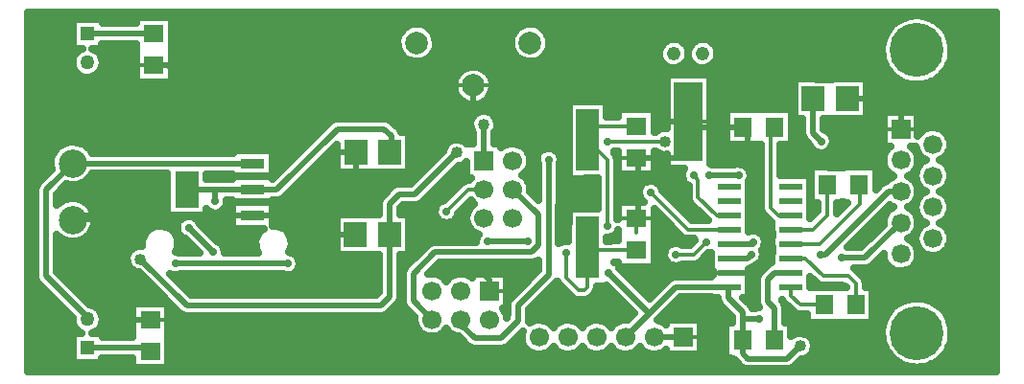
<source format=gbr>
G04 DipTrace 2.4.0.2*
%INÂåðõíèé.gbr*%
%MOIN*%
%ADD13C,0.013*%
%ADD14C,0.0197*%
%ADD15C,0.025*%
%ADD16C,0.0787*%
%ADD17R,0.0709X0.063*%
%ADD18R,0.063X0.0709*%
%ADD19R,0.0787X0.0866*%
%ADD20C,0.05*%
%ADD21R,0.05X0.05*%
%ADD22R,0.0669X0.0669*%
%ADD23C,0.0669*%
%ADD24R,0.0665X0.0665*%
%ADD25C,0.0665*%
%ADD26C,0.1874*%
%ADD27C,0.0984*%
%ADD31R,0.0984X0.2756*%
%ADD33R,0.0787X0.0236*%
%ADD38R,0.0846X0.0374*%
%ADD39R,0.0846X0.128*%
%ADD40R,0.0787X0.2165*%
%ADD41C,0.048*%
%ADD42C,0.0276*%
%ADD44C,0.04*%
%FSLAX44Y44*%
G04*
G70*
G90*
G75*
G01*
%LNTop*%
%LPD*%
X25328Y12664D2*
D13*
X23806D1*
X23318Y12177D1*
X23641D1*
X24328Y9187D2*
Y11490D1*
X23641Y12177D1*
X25328Y8335D2*
X23743D1*
X23641Y8437D1*
X22891Y8250D2*
Y7375D1*
X23328Y6937D1*
X23516D1*
X23641Y7062D1*
Y8437D1*
X25502Y13750D2*
D14*
X26440Y12812D1*
X27141D1*
X12000Y9548D2*
X7453D1*
X5910D1*
D13*
X5756Y9394D1*
X12000Y9548D2*
D14*
X12689D1*
X13391Y10250D1*
X14891Y11750D1*
X15585D1*
X15578Y8875D2*
X14843D1*
X14641D1*
X13391Y10125D1*
D13*
Y10250D1*
X15585Y11750D2*
D14*
Y10984D1*
X19672Y14066D2*
Y13058D1*
X17598Y10984D1*
X15585D1*
X14843Y8187D2*
Y8875D1*
X29038Y12625D2*
X27328D1*
D13*
X27141Y12812D1*
X29038Y12625D2*
D14*
X29213D1*
Y11102D1*
X29376Y10938D1*
X29646Y10669D1*
Y9134D1*
X29764Y9016D1*
Y7953D1*
X29373Y7562D1*
X28577D1*
X25328Y9437D2*
D13*
X25391D1*
D14*
Y10125D1*
Y11562D1*
D13*
X25328D1*
D14*
X26766D1*
D13*
Y12437D1*
X27141Y12812D1*
X25328Y8937D2*
Y9437D1*
X28577Y7562D2*
X27953D1*
X8453Y5914D2*
D14*
X7905D1*
X7453Y6366D1*
Y9548D1*
X8578Y14772D2*
X9056D1*
X10578Y13250D1*
X12578D1*
X13203Y12625D1*
X25391Y10125D2*
X25141D1*
X29658Y11220D2*
X29376Y10938D1*
X26956Y5312D2*
X25956D1*
X20236Y6929D2*
Y7323D1*
X20000Y7559D1*
X18661D1*
X32657Y13602D2*
X34016D1*
X34528Y13091D1*
Y12573D1*
D13*
X34516Y12562D1*
X29027Y5198D2*
D14*
Y5945D1*
Y6176D1*
X28516Y6687D1*
Y7000D1*
D13*
X28577Y7062D1*
X29027Y5198D2*
D14*
Y4738D1*
X29203Y4562D1*
X30578D1*
X31016Y5000D1*
X12000Y11359D2*
X5756Y11362D1*
X28577Y7062D2*
X26706D1*
X25831Y6187D1*
X24956Y5312D1*
X24370Y7559D2*
X25742Y6187D1*
D13*
X25831D1*
X24330Y12126D2*
X26328D1*
X29606Y5945D2*
D14*
X29027D1*
X6266Y5937D2*
D13*
Y6000D1*
D14*
X4828Y7437D1*
Y10435D1*
X5756Y11362D1*
X16759Y8875D2*
D13*
Y9555D1*
Y8875D2*
D14*
Y9948D1*
X17087Y10276D1*
X17638D1*
X19094Y11732D1*
X16759Y8875D2*
Y6720D1*
X16457Y6417D1*
X9723D1*
X8110Y8030D1*
X31476Y13602D2*
Y12402D1*
X31752Y12126D1*
X30703Y8562D2*
D13*
X31706D1*
X33081Y9938D1*
Y10602D1*
X33070Y10614D1*
X30703Y9062D2*
X31456D1*
X31956Y9563D1*
Y10602D1*
X31968Y10614D1*
X30703Y7062D2*
Y6749D1*
X31016Y6437D1*
X31854D1*
X30703Y8062D2*
X31190D1*
X31815Y7437D1*
X32703D1*
X32956Y7184D1*
Y6437D1*
X6266Y4937D2*
D14*
X8328D1*
D13*
X8453Y4812D1*
X9717Y10454D2*
D14*
X10703D1*
X12000D1*
X12845D1*
X14953Y12562D1*
X16578D1*
X16828Y12312D1*
Y11812D1*
D13*
X16766Y11750D1*
X10623Y8275D2*
D14*
X9783Y9114D1*
X10703Y10034D2*
Y10454D1*
X6266Y15875D2*
X8578D1*
X30129Y5198D2*
Y6323D1*
X29891Y6562D1*
Y7312D1*
X30141Y7562D1*
X30703D1*
X30141Y12625D2*
D13*
X30000D1*
Y9828D1*
X30266Y9562D1*
X30703D1*
X28577Y8062D2*
D14*
X29203D1*
X29330Y8189D1*
X31732D2*
X31893D1*
X34084Y10381D1*
X34516D1*
Y9290D2*
D13*
X34497D1*
D14*
X33277Y8071D1*
X32480D1*
X29391Y8622D2*
Y8562D1*
X28577D1*
X18236Y5929D2*
X17598Y6567D1*
Y7520D1*
X18346Y8268D1*
X21693D1*
X21929Y8504D1*
Y9567D1*
X21039Y10457D1*
X20039D2*
D13*
X19512D1*
X18740Y9685D1*
X13228Y7874D2*
D14*
X9324D1*
X26703Y8187D2*
D13*
X27319D1*
X27756Y8625D1*
X25827Y10354D2*
X27119Y9062D1*
X28577D1*
Y9562D2*
X28115D1*
X27480Y10197D1*
Y10787D1*
X27331Y10937D1*
X19236Y5929D2*
Y5764D1*
D14*
X19724Y5276D1*
X20630D1*
X21220Y5866D1*
Y6417D1*
X22283Y7480D1*
Y11488D1*
X20039Y11457D2*
Y12717D1*
X27866Y10937D2*
X28891D1*
X20178Y8661D2*
X21575D1*
D42*
X24328Y9187D3*
X22891Y8250D3*
D44*
X25502Y13750D3*
D42*
X15585Y10984D3*
X14843Y8187D3*
D44*
X27953Y7562D3*
D42*
X13203Y12625D3*
X25141Y10125D3*
D3*
X29658Y11220D3*
X18661Y7559D3*
D44*
X31016Y5000D3*
D42*
X24370Y7559D3*
X24330Y12126D3*
D44*
X26328D3*
D42*
X29606Y5945D3*
D44*
X19094Y11732D3*
X8110Y8030D3*
D3*
D42*
X31752Y12126D3*
X10623Y8275D3*
X9783Y9114D3*
X10703Y10034D3*
X29330Y8189D3*
X31732D3*
X32480Y8071D3*
X29391Y8622D3*
X18740Y9685D3*
X13228Y7874D3*
X9324D3*
X26703Y8187D3*
X27756Y8625D3*
X25827Y10354D3*
X27331Y10937D3*
X22283Y11488D3*
D44*
X20039Y12717D3*
D42*
X27866Y10937D3*
X28891D3*
X20178Y8661D3*
X21575D3*
X4228Y16376D2*
D15*
X5727D1*
X6804D2*
X7934D1*
X9222D2*
X34516D1*
X35636D2*
X37801D1*
X4228Y16127D2*
X5727D1*
X9222D2*
X17340D1*
X18066D2*
X21278D1*
X22004D2*
X34180D1*
X35972D2*
X37801D1*
X4228Y15878D2*
X5727D1*
X9222D2*
X17102D1*
X18304D2*
X21040D1*
X22242D2*
X33997D1*
X36152D2*
X37801D1*
X4228Y15630D2*
X5727D1*
X9222D2*
X17024D1*
X18383D2*
X20961D1*
X22320D2*
X26372D1*
X26910D2*
X27372D1*
X27910D2*
X33895D1*
X36258D2*
X37801D1*
X4228Y15381D2*
X5727D1*
X6804D2*
X7934D1*
X9222D2*
X17043D1*
X18363D2*
X20981D1*
X22297D2*
X26149D1*
X28133D2*
X33852D1*
X36301D2*
X37801D1*
X4228Y15132D2*
X5793D1*
X6738D2*
X7934D1*
X9222D2*
X17180D1*
X18226D2*
X21118D1*
X22164D2*
X26114D1*
X28168D2*
X33860D1*
X36289D2*
X37801D1*
X4228Y14884D2*
X5727D1*
X6804D2*
X7934D1*
X9222D2*
X26211D1*
X27070D2*
X27211D1*
X28070D2*
X33922D1*
X36226D2*
X37801D1*
X4228Y14635D2*
X5786D1*
X6746D2*
X7934D1*
X9222D2*
X19317D1*
X20027D2*
X34047D1*
X36101D2*
X37801D1*
X4228Y14386D2*
X6079D1*
X6453D2*
X7934D1*
X9222D2*
X19071D1*
X20273D2*
X26360D1*
X27922D2*
X34270D1*
X35883D2*
X37801D1*
X4228Y14138D2*
X18993D1*
X20351D2*
X26360D1*
X27922D2*
X30793D1*
X33340D2*
X34747D1*
X35406D2*
X37801D1*
X4228Y13889D2*
X19012D1*
X20332D2*
X26360D1*
X27922D2*
X30793D1*
X33340D2*
X37801D1*
X4228Y13640D2*
X19145D1*
X20199D2*
X26360D1*
X27922D2*
X30793D1*
X33340D2*
X37801D1*
X4228Y13392D2*
X22958D1*
X24324D2*
X26360D1*
X27922D2*
X30793D1*
X33340D2*
X37801D1*
X4228Y13143D2*
X19829D1*
X20250D2*
X22958D1*
X24324D2*
X24684D1*
X25972D2*
X26360D1*
X27922D2*
X28434D1*
X33340D2*
X33895D1*
X35140D2*
X37801D1*
X4228Y12894D2*
X14782D1*
X16750D2*
X19586D1*
X20492D2*
X22958D1*
X25972D2*
X26360D1*
X27922D2*
X28434D1*
X30746D2*
X31086D1*
X31863D2*
X33895D1*
X35140D2*
X37801D1*
X4228Y12645D2*
X14497D1*
X17035D2*
X19555D1*
X20523D2*
X22958D1*
X25972D2*
X26360D1*
X27922D2*
X28434D1*
X30746D2*
X31086D1*
X31863D2*
X33895D1*
X35140D2*
X37801D1*
X4228Y12397D2*
X14251D1*
X17449D2*
X19653D1*
X20429D2*
X22958D1*
X27922D2*
X28434D1*
X30746D2*
X31086D1*
X32074D2*
X33895D1*
X36121D2*
X37801D1*
X4228Y12148D2*
X14001D1*
X17449D2*
X18864D1*
X19328D2*
X19653D1*
X20429D2*
X22958D1*
X27922D2*
X28434D1*
X30746D2*
X31192D1*
X32179D2*
X33895D1*
X36242D2*
X37801D1*
X4228Y11899D2*
X5196D1*
X6312D2*
X13751D1*
X17449D2*
X18637D1*
X21468D2*
X22958D1*
X27922D2*
X29645D1*
X30355D2*
X31395D1*
X32109D2*
X34075D1*
X36246D2*
X37801D1*
X4228Y11651D2*
X5032D1*
X12715D2*
X13504D1*
X14582D2*
X14903D1*
X17449D2*
X18473D1*
X21633D2*
X21891D1*
X22676D2*
X22958D1*
X25972D2*
X26360D1*
X27922D2*
X29645D1*
X30355D2*
X33922D1*
X36133D2*
X37801D1*
X4228Y11402D2*
X4973D1*
X12715D2*
X13254D1*
X14332D2*
X14903D1*
X17449D2*
X18227D1*
X21660D2*
X21864D1*
X22703D2*
X22958D1*
X25972D2*
X26360D1*
X27922D2*
X29645D1*
X30355D2*
X33899D1*
X35136D2*
X35246D1*
X36019D2*
X37801D1*
X4228Y11153D2*
X5004D1*
X12715D2*
X13004D1*
X14082D2*
X14903D1*
X17449D2*
X17977D1*
X19054D2*
X19415D1*
X21582D2*
X21895D1*
X22672D2*
X22958D1*
X25972D2*
X26965D1*
X29254D2*
X29645D1*
X30355D2*
X31364D1*
X33676D2*
X33985D1*
X36211D2*
X37801D1*
X4228Y10905D2*
X4758D1*
X6383D2*
X9004D1*
X10429D2*
X11286D1*
X13836D2*
X17727D1*
X18804D2*
X19415D1*
X21465D2*
X21895D1*
X22672D2*
X22958D1*
X24683D2*
X26903D1*
X29316D2*
X29645D1*
X33676D2*
X34204D1*
X34828D2*
X35012D1*
X36258D2*
X37801D1*
X4228Y10656D2*
X4516D1*
X6054D2*
X9004D1*
X13586D2*
X17481D1*
X18558D2*
X19219D1*
X21629D2*
X21895D1*
X22672D2*
X23973D1*
X24683D2*
X25536D1*
X26117D2*
X27016D1*
X29261D2*
X29645D1*
X33676D2*
X33821D1*
X36191D2*
X37801D1*
X4228Y10407D2*
X4442D1*
X5340D2*
X9004D1*
X13336D2*
X16680D1*
X18308D2*
X18969D1*
X21660D2*
X21895D1*
X22672D2*
X23973D1*
X24683D2*
X25403D1*
X26265D2*
X27126D1*
X29261D2*
X29645D1*
X35136D2*
X35313D1*
X35957D2*
X37801D1*
X4228Y10159D2*
X4442D1*
X5215D2*
X9004D1*
X13082D2*
X16438D1*
X18058D2*
X18723D1*
X22672D2*
X23973D1*
X24683D2*
X25450D1*
X26515D2*
X27129D1*
X29261D2*
X29645D1*
X36160D2*
X37801D1*
X4228Y9910D2*
X4442D1*
X6336D2*
X9004D1*
X11113D2*
X11284D1*
X12715D2*
X16372D1*
X17261D2*
X18379D1*
X19457D2*
X19622D1*
X22672D2*
X23973D1*
X26761D2*
X27274D1*
X29261D2*
X29645D1*
X31386D2*
X31602D1*
X32312D2*
X32563D1*
X34910D2*
X35014D1*
X36254D2*
X37801D1*
X4228Y9661D2*
X4442D1*
X6488D2*
X9004D1*
X10429D2*
X10523D1*
X10879D2*
X11286D1*
X12715D2*
X16372D1*
X17148D2*
X18313D1*
X19207D2*
X19450D1*
X22672D2*
X22958D1*
X27011D2*
X27524D1*
X29261D2*
X29692D1*
X31386D2*
X31563D1*
X33902D2*
X34025D1*
X36230D2*
X37801D1*
X4228Y9413D2*
X4442D1*
X6539D2*
X9489D1*
X10078D2*
X11286D1*
X12715D2*
X14895D1*
X17441D2*
X18418D1*
X19062D2*
X19418D1*
X22672D2*
X22958D1*
X25972D2*
X26278D1*
X27261D2*
X27774D1*
X29261D2*
X29922D1*
X33656D2*
X33907D1*
X36082D2*
X37801D1*
X4228Y9164D2*
X4442D1*
X6504D2*
X8571D1*
X9015D2*
X9360D1*
X10273D2*
X11286D1*
X12953D2*
X14895D1*
X17441D2*
X19493D1*
X22672D2*
X22958D1*
X25972D2*
X26524D1*
X29261D2*
X30020D1*
X33406D2*
X33833D1*
X36086D2*
X37801D1*
X4228Y8915D2*
X4442D1*
X6367D2*
X8251D1*
X10519D2*
X12188D1*
X13273D2*
X14895D1*
X17441D2*
X19758D1*
X22672D2*
X22958D1*
X25972D2*
X26774D1*
X29691D2*
X30020D1*
X33156D2*
X33583D1*
X36230D2*
X37801D1*
X4228Y8666D2*
X4442D1*
X5215D2*
X5520D1*
X5992D2*
X8157D1*
X9429D2*
X9692D1*
X10769D2*
X12094D1*
X13367D2*
X14895D1*
X17441D2*
X19751D1*
X22672D2*
X22958D1*
X24324D2*
X24684D1*
X25972D2*
X27305D1*
X29816D2*
X30020D1*
X32910D2*
X33333D1*
X34914D2*
X35015D1*
X36250D2*
X37801D1*
X4228Y8418D2*
X4442D1*
X5215D2*
X7829D1*
X9414D2*
X9942D1*
X11023D2*
X12106D1*
X13351D2*
X14895D1*
X17441D2*
X17958D1*
X25972D2*
X26348D1*
X29761D2*
X30020D1*
X36160D2*
X37801D1*
X4228Y8169D2*
X4442D1*
X5215D2*
X7641D1*
X13527D2*
X16372D1*
X17148D2*
X17708D1*
X25972D2*
X26278D1*
X27793D2*
X27896D1*
X29758D2*
X30020D1*
X35136D2*
X35450D1*
X35820D2*
X37801D1*
X4228Y7920D2*
X4442D1*
X5215D2*
X7633D1*
X13652D2*
X16372D1*
X17148D2*
X17461D1*
X24574D2*
X24684D1*
X25972D2*
X26376D1*
X27539D2*
X27895D1*
X29656D2*
X30020D1*
X33664D2*
X33961D1*
X35070D2*
X37801D1*
X4228Y7672D2*
X4442D1*
X5215D2*
X7790D1*
X13601D2*
X16372D1*
X17148D2*
X17242D1*
X18289D2*
X21895D1*
X24797D2*
X27895D1*
X29261D2*
X29711D1*
X32961D2*
X34211D1*
X34820D2*
X37801D1*
X4228Y7423D2*
X4442D1*
X5383D2*
X8180D1*
X9258D2*
X16372D1*
X18601D2*
X18872D1*
X20859D2*
X21688D1*
X25047D2*
X26641D1*
X29261D2*
X29520D1*
X33207D2*
X37801D1*
X4228Y7174D2*
X4551D1*
X5629D2*
X8426D1*
X9504D2*
X16372D1*
X20859D2*
X21438D1*
X22515D2*
X22602D1*
X25293D2*
X26278D1*
X29261D2*
X29504D1*
X31386D2*
X31590D1*
X33312D2*
X37801D1*
X4228Y6926D2*
X4801D1*
X5879D2*
X8676D1*
X9754D2*
X16372D1*
X20859D2*
X21192D1*
X22269D2*
X22848D1*
X23965D2*
X24465D1*
X25543D2*
X26032D1*
X29261D2*
X29504D1*
X33562D2*
X37801D1*
X4228Y6677D2*
X5051D1*
X6129D2*
X8926D1*
X20859D2*
X20943D1*
X22019D2*
X23102D1*
X23742D2*
X24715D1*
X26859D2*
X28129D1*
X29066D2*
X29504D1*
X33562D2*
X37801D1*
X4228Y6428D2*
X5297D1*
X6445D2*
X7809D1*
X17008D2*
X17239D1*
X21769D2*
X24961D1*
X26609D2*
X28235D1*
X29312D2*
X29528D1*
X33562D2*
X34336D1*
X35812D2*
X37801D1*
X4228Y6180D2*
X5547D1*
X6746D2*
X7809D1*
X9097D2*
X9422D1*
X16758D2*
X17446D1*
X21609D2*
X25211D1*
X26363D2*
X28485D1*
X30519D2*
X30786D1*
X33562D2*
X34086D1*
X36062D2*
X37801D1*
X4228Y5931D2*
X5727D1*
X6804D2*
X7809D1*
X9097D2*
X17610D1*
X21609D2*
X25036D1*
X26113D2*
X28637D1*
X30519D2*
X31251D1*
X33562D2*
X33946D1*
X36207D2*
X37801D1*
X4228Y5682D2*
X5793D1*
X6738D2*
X7809D1*
X9097D2*
X17665D1*
X27582D2*
X28422D1*
X30734D2*
X33868D1*
X36281D2*
X37801D1*
X4228Y5434D2*
X5727D1*
X6804D2*
X7809D1*
X9097D2*
X17876D1*
X18597D2*
X18876D1*
X27582D2*
X28422D1*
X30734D2*
X30825D1*
X31207D2*
X33848D1*
X36301D2*
X37801D1*
X4228Y5185D2*
X5727D1*
X9097D2*
X19278D1*
X21078D2*
X21344D1*
X27582D2*
X28422D1*
X31468D2*
X33879D1*
X36269D2*
X37801D1*
X4228Y4936D2*
X5727D1*
X9097D2*
X19571D1*
X20785D2*
X21465D1*
X27582D2*
X28422D1*
X31500D2*
X33969D1*
X36179D2*
X37801D1*
X4228Y4687D2*
X5727D1*
X9097D2*
X28422D1*
X31386D2*
X34129D1*
X36019D2*
X37801D1*
X4228Y4439D2*
X5727D1*
X6804D2*
X7809D1*
X9097D2*
X28790D1*
X30992D2*
X34418D1*
X35730D2*
X37801D1*
X4228Y4190D2*
X37801D1*
X18350Y15438D2*
X18315Y15318D1*
X18258Y15207D1*
X18181Y15109D1*
X18087Y15027D1*
X17979Y14964D1*
X17861Y14923D1*
X17738Y14904D1*
X17613Y14910D1*
X17492Y14938D1*
X17378Y14989D1*
X17276Y15061D1*
X17189Y15151D1*
X17120Y15255D1*
X17073Y15371D1*
X17048Y15493D1*
X17047Y15618D1*
X17069Y15741D1*
X17114Y15857D1*
X17181Y15963D1*
X17266Y16054D1*
X17366Y16128D1*
X17479Y16181D1*
X17600Y16212D1*
X17725Y16220D1*
X17848Y16204D1*
X17967Y16166D1*
X18076Y16105D1*
X18172Y16025D1*
X18251Y15928D1*
X18310Y15818D1*
X18347Y15699D1*
X18362Y15562D1*
X18350Y15438D1*
X22287D2*
X22252Y15318D1*
X22195Y15207D1*
X22118Y15109D1*
X22024Y15027D1*
X21916Y14964D1*
X21798Y14923D1*
X21675Y14904D1*
X21550Y14910D1*
X21429Y14938D1*
X21315Y14989D1*
X21213Y15061D1*
X21126Y15151D1*
X21057Y15255D1*
X21010Y15371D1*
X20985Y15493D1*
X20984Y15618D1*
X21006Y15741D1*
X21051Y15857D1*
X21118Y15963D1*
X21203Y16054D1*
X21303Y16128D1*
X21416Y16181D1*
X21537Y16212D1*
X21662Y16220D1*
X21785Y16204D1*
X21904Y16166D1*
X22013Y16105D1*
X22109Y16025D1*
X22188Y15928D1*
X22247Y15818D1*
X22284Y15699D1*
X22299Y15562D1*
X22287Y15438D1*
X20330Y14041D2*
X20313Y13917D1*
X20274Y13799D1*
X20213Y13690D1*
X20132Y13595D1*
X20035Y13516D1*
X19925Y13458D1*
X19805Y13421D1*
X19681Y13407D1*
X19557Y13417D1*
X19437Y13451D1*
X19325Y13506D1*
X19225Y13582D1*
X19142Y13675D1*
X19078Y13782D1*
X19035Y13899D1*
X19015Y14022D1*
X19018Y14147D1*
X19045Y14268D1*
X19095Y14383D1*
X19165Y14486D1*
X19253Y14574D1*
X19357Y14644D1*
X19471Y14693D1*
X19593Y14720D1*
X19718Y14723D1*
X19841Y14702D1*
X19958Y14659D1*
X20065Y14594D1*
X20158Y14511D1*
X20233Y14411D1*
X20288Y14299D1*
X20321Y14179D1*
X20330Y14041D1*
X25948Y11796D2*
Y10982D1*
X24709D1*
X24703Y11796D1*
X24559D1*
X24562Y11723D1*
X24631Y11620D1*
X24658Y11490D1*
Y9415D1*
X24709Y9407D1*
Y10017D1*
X25599Y10022D1*
X25508Y10108D1*
X25448Y10217D1*
X25424Y10339D1*
X25439Y10463D1*
X25491Y10576D1*
X25574Y10668D1*
X25682Y10730D1*
X25804Y10756D1*
X25928Y10744D1*
X26042Y10695D1*
X26136Y10613D1*
X26200Y10506D1*
X26219Y10426D1*
X27256Y9392D1*
X27818D1*
X27247Y9964D1*
X27177Y10066D1*
X27150Y10197D1*
Y10576D1*
X27103Y10605D1*
X27012Y10691D1*
X26952Y10800D1*
X26928Y10922D1*
X26943Y11045D1*
X27002Y11167D1*
X26384Y11169D1*
Y11665D1*
X26309Y11661D1*
X26186Y11683D1*
X26073Y11737D1*
X26006Y11796D1*
X25949D1*
X25948Y9742D2*
Y7755D1*
X24720D1*
X24746Y7699D1*
X25784Y6659D1*
X26449Y7319D1*
X26550Y7391D1*
X26689Y7425D1*
X27919Y7429D1*
Y8253D1*
X27829Y8233D1*
X27552Y7954D1*
X27449Y7884D1*
X27319Y7857D1*
X26932D1*
X26833Y7806D1*
X26711Y7784D1*
X26587Y7801D1*
X26475Y7855D1*
X26385Y7941D1*
X26325Y8050D1*
X26301Y8172D1*
X26315Y8295D1*
X26367Y8409D1*
X26451Y8501D1*
X26559Y8563D1*
X26680Y8589D1*
X26804Y8577D1*
X26933Y8514D1*
X27184Y8517D1*
X27359Y8694D1*
X27327Y8732D1*
X27119D1*
X26997Y8756D1*
X26886Y8829D1*
X25948Y9767D1*
Y9742D1*
X24709Y8857D2*
Y9056D1*
X24656Y8953D1*
X24569Y8864D1*
X24458Y8806D1*
X24336Y8784D1*
X24299Y8785D1*
Y8664D1*
X24708Y8665D1*
X24713Y8915D1*
X30943Y14300D2*
X32135Y14296D1*
X32124Y14300D1*
X33316D1*
Y12904D1*
X31842D1*
X31840Y12552D1*
X31967Y12466D1*
X32061Y12384D1*
X32125Y12278D1*
X32155Y12126D1*
X32135Y12003D1*
X32080Y11892D1*
X31992Y11803D1*
X31882Y11745D1*
X31760Y11723D1*
X31636Y11740D1*
X31524Y11794D1*
X31433Y11880D1*
X31373Y11992D1*
X31219Y12145D1*
X31148Y12246D1*
X31113Y12385D1*
Y12905D1*
X30818Y12904D1*
Y14300D1*
X30943D1*
X17166Y12447D2*
X17424D1*
Y11052D1*
X16107Y11055D1*
X16118Y11052D1*
X14926D1*
Y12021D1*
X13102Y10197D1*
X13000Y10125D1*
X12861Y10091D1*
X12685Y10090D1*
X12689Y10002D1*
X11312D1*
Y10092D1*
X11098Y10090D1*
X11106Y10034D1*
X11087Y9911D1*
X11031Y9800D1*
X10944Y9711D1*
X10833Y9653D1*
X10711Y9631D1*
X10587Y9648D1*
X10475Y9702D1*
X10405Y9769D1*
Y9549D1*
X9029D1*
Y10998D1*
X6418Y10999D1*
X6354Y10898D1*
X6269Y10806D1*
X6171Y10729D1*
X6061Y10669D1*
X5943Y10629D1*
X5820Y10608D1*
X5695D1*
X5546Y10637D1*
X5192Y10285D1*
Y9899D1*
X5297Y9996D1*
X5425Y10075D1*
X5565Y10126D1*
X5713Y10150D1*
X5863Y10143D1*
X6008Y10107D1*
X6144Y10044D1*
X6264Y9955D1*
X6365Y9844D1*
X6441Y9715D1*
X6491Y9574D1*
X6512Y9425D1*
X6506Y9294D1*
X6472Y9148D1*
X6410Y9012D1*
X6322Y8891D1*
X6212Y8789D1*
X6084Y8711D1*
X5943Y8660D1*
X5795Y8638D1*
X5645Y8645D1*
X5500Y8681D1*
X5365Y8745D1*
X5245Y8835D1*
X5192Y8889D1*
Y7587D1*
X6339Y6447D1*
X6459Y6414D1*
X6568Y6354D1*
X6660Y6269D1*
X6728Y6164D1*
X6769Y6047D1*
X6781Y5937D1*
X6766Y5813D1*
X6721Y5697D1*
X6650Y5594D1*
X6556Y5512D1*
X6434Y5452D1*
X6781D1*
Y5300D1*
X7832D1*
X7834Y6494D1*
X9073D1*
Y4232D1*
X7834D1*
X7828Y4574D1*
X6777D1*
X6781Y4422D1*
X5751D1*
Y5452D1*
X6079Y5457D1*
X5969Y5516D1*
X5877Y5600D1*
X5807Y5703D1*
X5764Y5820D1*
X5751Y5944D1*
X5758Y5995D1*
X4571Y7180D1*
X4500Y7282D1*
X4465Y7421D1*
Y10435D1*
X4486Y10557D1*
X4560Y10680D1*
X5027Y11147D1*
X4999Y11359D1*
X5009Y11483D1*
X5039Y11605D1*
X5088Y11719D1*
X5156Y11824D1*
X5240Y11916D1*
X5338Y11994D1*
X5448Y12054D1*
X5565Y12095D1*
X5688Y12116D1*
X5813Y12117D1*
X5937Y12097D1*
X6055Y12058D1*
X6165Y11999D1*
X6264Y11923D1*
X6350Y11832D1*
X6420Y11724D1*
X11315Y11723D1*
X11312Y11811D1*
X12689D1*
Y10907D1*
X11312D1*
Y10997D1*
X10403D1*
X10405Y10815D1*
X11309Y10817D1*
X11312Y10906D1*
X12689D1*
Y10816D1*
X13472Y11595D1*
X14696Y12819D1*
X14798Y12891D1*
X14937Y12925D1*
X16578D1*
X16701Y12904D1*
X16823Y12830D1*
X17085Y12569D1*
X17165Y12446D1*
X32501Y7056D2*
X32615D1*
X32453Y7107D1*
X31815D1*
X31693Y7131D1*
X31582Y7204D1*
X31363Y7422D1*
X31358Y7179D1*
X31362Y7058D1*
X32434Y7056D1*
X32501D1*
X32547Y9998D2*
X32286Y9995D1*
Y9606D1*
X32674Y9997D1*
X32490Y9998D1*
X6766Y14751D2*
X6721Y14634D1*
X6650Y14532D1*
X6556Y14449D1*
X6446Y14392D1*
X6324Y14363D1*
X6200Y14364D1*
X6079Y14395D1*
X5969Y14454D1*
X5877Y14537D1*
X5807Y14641D1*
X5764Y14758D1*
X5751Y14882D1*
X5768Y15005D1*
X5814Y15121D1*
X5886Y15223D1*
X5981Y15304D1*
X6096Y15360D1*
X5751D1*
Y16389D1*
X6781D1*
Y16237D1*
X7957Y16238D1*
X7959Y16454D1*
X9197D1*
X9194Y15295D1*
X9197Y15277D1*
Y14192D1*
X7959D1*
Y15509D1*
X6777Y15511D1*
X6781Y15360D1*
X6441D1*
X6568Y15291D1*
X6660Y15206D1*
X6728Y15102D1*
X6769Y14984D1*
X6781Y14875D1*
X6766Y14751D1*
X24455Y5639D2*
X24546Y5750D1*
X24646Y5826D1*
X24759Y5879D1*
X24880Y5907D1*
X25032Y5905D1*
X25270Y6141D1*
X24425Y6991D1*
X24300Y7115D1*
X24299Y7089D1*
X23967D1*
X23971Y7062D1*
X23947Y6940D1*
X23874Y6829D1*
X23749Y6704D1*
X23653Y6637D1*
X23552Y6609D1*
X23328Y6607D1*
X23206Y6631D1*
X23095Y6704D1*
X22657Y7141D1*
X22587Y7248D1*
X22561Y7247D1*
X21582Y6265D1*
Y5843D1*
X21646Y5826D1*
X21759Y5879D1*
X21880Y5907D1*
X22005Y5910D1*
X22128Y5886D1*
X22243Y5838D1*
X22346Y5768D1*
X22431Y5677D1*
X22454Y5640D1*
X22546Y5750D1*
X22646Y5826D1*
X22759Y5879D1*
X22880Y5907D1*
X23005Y5910D1*
X23128Y5886D1*
X23243Y5838D1*
X23346Y5768D1*
X23431Y5677D1*
X23454Y5640D1*
X23546Y5750D1*
X23646Y5826D1*
X23759Y5879D1*
X23880Y5907D1*
X24005Y5910D1*
X24128Y5886D1*
X24243Y5838D1*
X24346Y5768D1*
X24431Y5677D1*
X24454Y5640D1*
X34272Y10929D2*
X34219Y10953D1*
X34118Y11026D1*
X34034Y11118D1*
X33971Y11226D1*
X33932Y11345D1*
X33919Y11469D1*
X33931Y11593D1*
X33969Y11712D1*
X34031Y11820D1*
X34114Y11913D1*
X34179Y11964D1*
X33919D1*
Y13159D1*
X35114D1*
Y12310D1*
X35149Y12365D1*
X35232Y12459D1*
X35333Y12532D1*
X35446Y12584D1*
X35568Y12610D1*
X35693Y12611D1*
X35815Y12586D1*
X35930Y12536D1*
X36031Y12463D1*
X36115Y12371D1*
X36178Y12264D1*
X36218Y12145D1*
X36232Y12017D1*
X36219Y11892D1*
X36180Y11774D1*
X36118Y11666D1*
X36035Y11573D1*
X35934Y11499D1*
X35873Y11472D1*
X35930Y11446D1*
X36031Y11373D1*
X36115Y11281D1*
X36178Y11173D1*
X36218Y11055D1*
X36232Y10926D1*
X36219Y10802D1*
X36180Y10683D1*
X36118Y10575D1*
X36035Y10482D1*
X35934Y10409D1*
X35873Y10382D1*
X35930Y10355D1*
X36031Y10282D1*
X36115Y10190D1*
X36178Y10083D1*
X36218Y9964D1*
X36232Y9835D1*
X36219Y9711D1*
X36180Y9593D1*
X36118Y9485D1*
X36035Y9392D1*
X35934Y9318D1*
X35873Y9291D1*
X35930Y9264D1*
X36031Y9192D1*
X36115Y9100D1*
X36178Y8992D1*
X36218Y8874D1*
X36232Y8745D1*
X36219Y8621D1*
X36180Y8502D1*
X36118Y8394D1*
X36035Y8301D1*
X35934Y8228D1*
X35820Y8177D1*
X35698Y8151D1*
X35573Y8150D1*
X35451Y8176D1*
X35337Y8227D1*
X35236Y8300D1*
X35152Y8392D1*
X35089Y8500D1*
X35050Y8618D1*
X35037Y8742D1*
X35049Y8867D1*
X35087Y8985D1*
X35149Y9094D1*
X35232Y9187D1*
X35333Y9261D1*
X35393Y9288D1*
X35337Y9317D1*
X35236Y9390D1*
X35152Y9483D1*
X35089Y9590D1*
X35050Y9709D1*
X35037Y9833D1*
X35049Y9957D1*
X35087Y10076D1*
X35149Y10184D1*
X35232Y10277D1*
X35333Y10351D1*
X35393Y10379D1*
X35337Y10408D1*
X35236Y10481D1*
X35152Y10573D1*
X35089Y10681D1*
X35050Y10800D1*
X35037Y10924D1*
X35049Y11048D1*
X35087Y11167D1*
X35149Y11275D1*
X35232Y11368D1*
X35333Y11442D1*
X35393Y11469D1*
X35337Y11498D1*
X35236Y11571D1*
X35152Y11664D1*
X35089Y11772D1*
X35050Y11890D1*
X35039Y11964D1*
X34854D1*
X34913Y11918D1*
X34997Y11826D1*
X35060Y11718D1*
X35100Y11600D1*
X35114Y11471D1*
X35101Y11347D1*
X35062Y11228D1*
X35000Y11120D1*
X34916Y11028D1*
X34816Y10954D1*
X34755Y10927D1*
X34811Y10900D1*
X34913Y10828D1*
X34997Y10735D1*
X35060Y10628D1*
X35100Y10510D1*
X35114Y10381D1*
X35101Y10257D1*
X35062Y10138D1*
X35000Y10030D1*
X34916Y9937D1*
X34816Y9864D1*
X34755Y9837D1*
X34811Y9810D1*
X34913Y9737D1*
X34997Y9645D1*
X35060Y9537D1*
X35100Y9419D1*
X35114Y9290D1*
X35101Y9166D1*
X35062Y9047D1*
X35000Y8939D1*
X34916Y8846D1*
X34816Y8773D1*
X34755Y8746D1*
X34811Y8719D1*
X34913Y8646D1*
X34997Y8554D1*
X35060Y8447D1*
X35100Y8328D1*
X35114Y8200D1*
X35101Y8076D1*
X35062Y7957D1*
X35000Y7849D1*
X34916Y7756D1*
X34816Y7682D1*
X34702Y7632D1*
X34580Y7605D1*
X34455D1*
X34333Y7631D1*
X34219Y7681D1*
X34118Y7754D1*
X34034Y7847D1*
X33971Y7955D1*
X33932Y8073D1*
X33919Y8201D1*
X33534Y7814D1*
X33432Y7742D1*
X33294Y7708D1*
X32891D1*
X33025Y7582D1*
X33190Y7417D1*
X33259Y7314D1*
X33286Y7184D1*
X33287Y7056D1*
X33536D1*
Y5818D1*
X32376Y5822D1*
X32434Y5818D1*
X31274D1*
Y6111D1*
X31016Y6107D1*
X30893Y6131D1*
X30782Y6204D1*
X30470Y6516D1*
X30399Y6623D1*
X30411Y6598D1*
X30386Y6580D1*
X30458Y6479D1*
X30492Y6340D1*
X30493Y5819D1*
X30709Y5818D1*
Y5353D1*
X30830Y5426D1*
X30950Y5460D1*
X31075Y5461D1*
X31195Y5428D1*
X31303Y5365D1*
X31389Y5276D1*
X31450Y5167D1*
X31481Y5000D1*
X31464Y4876D1*
X31415Y4761D1*
X31337Y4664D1*
X31237Y4590D1*
X31120Y4546D1*
X31070Y4542D1*
X30835Y4305D1*
X30733Y4233D1*
X30595Y4199D1*
X29203D1*
X29081Y4220D1*
X28958Y4294D1*
X28755Y4498D1*
X28607Y4579D1*
X28447D1*
Y5818D1*
X28664Y5823D1*
Y6027D1*
X28259Y6430D1*
X28187Y6532D1*
X28153Y6679D1*
X27919D1*
Y6699D1*
X26855D1*
X26057Y5900D1*
X26128Y5886D1*
X26243Y5838D1*
X26346Y5768D1*
X26356Y5763D1*
Y5912D1*
X27555D1*
Y4713D1*
X26356D1*
Y4866D1*
X26258Y4794D1*
X26144Y4743D1*
X26022Y4716D1*
X25898Y4715D1*
X25775Y4740D1*
X25661Y4790D1*
X25559Y4862D1*
X25475Y4954D1*
X25455Y4982D1*
X25359Y4868D1*
X25258Y4794D1*
X25144Y4743D1*
X25022Y4716D1*
X24898Y4715D1*
X24775Y4740D1*
X24661Y4790D1*
X24559Y4862D1*
X24457Y4984D1*
X24359Y4868D1*
X24258Y4794D1*
X24144Y4743D1*
X24022Y4716D1*
X23898Y4715D1*
X23775Y4740D1*
X23661Y4790D1*
X23559Y4862D1*
X23457Y4984D1*
X23359Y4868D1*
X23258Y4794D1*
X23144Y4743D1*
X23022Y4716D1*
X22898Y4715D1*
X22775Y4740D1*
X22661Y4790D1*
X22559Y4862D1*
X22457Y4984D1*
X22359Y4868D1*
X22258Y4794D1*
X22144Y4743D1*
X22022Y4716D1*
X21898Y4715D1*
X21775Y4740D1*
X21661Y4790D1*
X21559Y4862D1*
X21475Y4954D1*
X21411Y5061D1*
X21371Y5180D1*
X21356Y5304D1*
X21367Y5428D1*
X21398Y5528D1*
X20887Y5019D1*
X20785Y4947D1*
X20646Y4913D1*
X19724Y4912D1*
X19602Y4934D1*
X19479Y5007D1*
X19150Y5336D1*
X19056Y5357D1*
X18941Y5407D1*
X18840Y5479D1*
X18737Y5601D1*
X18639Y5485D1*
X18538Y5411D1*
X18425Y5360D1*
X18303Y5333D1*
X18178Y5332D1*
X18056Y5357D1*
X17941Y5407D1*
X17840Y5479D1*
X17755Y5571D1*
X17692Y5678D1*
X17651Y5797D1*
X17637Y5921D1*
X17645Y6010D1*
X17342Y6310D1*
X17270Y6412D1*
X17235Y6550D1*
Y7520D1*
X17256Y7642D1*
X17330Y7765D1*
X18090Y8525D1*
X18191Y8596D1*
X18330Y8631D1*
X19780D1*
X19790Y8770D1*
X19849Y8892D1*
X19745Y8935D1*
X19643Y9007D1*
X19558Y9099D1*
X19495Y9206D1*
X19455Y9324D1*
X19440Y9448D1*
X19451Y9572D1*
X19488Y9692D1*
X19548Y9801D1*
X19630Y9895D1*
X19708Y9954D1*
X19587Y10067D1*
X19135Y9613D1*
X19124Y9562D1*
X19068Y9451D1*
X18981Y9362D1*
X18870Y9304D1*
X18748Y9282D1*
X18624Y9299D1*
X18512Y9353D1*
X18422Y9439D1*
X18362Y9548D1*
X18338Y9670D1*
X18352Y9794D1*
X18404Y9907D1*
X18488Y9999D1*
X18596Y10061D1*
X18668Y10076D1*
X19279Y10690D1*
X19381Y10760D1*
X19512Y10787D1*
X19539D1*
X19597Y10857D1*
X19440D1*
Y11424D1*
X19315Y11323D1*
X19199Y11279D1*
X19148Y11275D1*
X17895Y10019D1*
X17793Y9947D1*
X17654Y9913D1*
X17235Y9912D1*
X17125Y9800D1*
X17120Y9573D1*
X17418D1*
Y8177D1*
X17125D1*
X17123Y6720D1*
X17101Y6597D1*
X17028Y6475D1*
X16714Y6160D1*
X16612Y6089D1*
X16473Y6054D1*
X9723D1*
X9600Y6075D1*
X9478Y6149D1*
X8060Y7566D1*
X7968Y7587D1*
X7855Y7641D1*
X7761Y7723D1*
X7692Y7827D1*
X7653Y7945D1*
X7647Y8069D1*
X7674Y8191D1*
X7733Y8301D1*
X7818Y8392D1*
X7925Y8456D1*
X8045Y8490D1*
X8180Y8488D1*
X8177Y8635D1*
X8201Y8757D1*
X8249Y8872D1*
X8319Y8976D1*
X8408Y9063D1*
X8513Y9130D1*
X8630Y9174D1*
X8753Y9195D1*
X8878Y9190D1*
X8999Y9161D1*
X9112Y9107D1*
X9212Y9032D1*
X9294Y8939D1*
X9357Y8831D1*
X9396Y8712D1*
X9411Y8578D1*
X9398Y8454D1*
X9361Y8335D1*
X9329Y8277D1*
X9425Y8264D1*
X9486Y8238D1*
X10148Y8237D1*
X9651Y8733D1*
X9555Y8782D1*
X9465Y8868D1*
X9405Y8977D1*
X9381Y9099D1*
X9396Y9223D1*
X9447Y9336D1*
X9531Y9428D1*
X9639Y9490D1*
X9761Y9516D1*
X9885Y9504D1*
X9999Y9454D1*
X10092Y9372D1*
X10159Y9254D1*
X10756Y8656D1*
X10838Y8615D1*
X10932Y8533D1*
X10996Y8426D1*
X11026Y8275D1*
X11020Y8240D1*
X12211Y8237D1*
X12141Y8388D1*
X12115Y8510D1*
X12114Y8635D1*
X12138Y8757D1*
X12186Y8872D1*
X12256Y8976D1*
X12345Y9063D1*
X12389Y9096D1*
X11312D1*
Y10000D1*
X12689D1*
X12690Y9195D1*
X12815Y9190D1*
X12936Y9161D1*
X13049Y9107D1*
X13149Y9032D1*
X13231Y8939D1*
X13294Y8831D1*
X13333Y8712D1*
X13348Y8578D1*
X13335Y8454D1*
X13298Y8335D1*
X13266Y8277D1*
X13329Y8264D1*
X13444Y8214D1*
X13537Y8132D1*
X13601Y8026D1*
X13631Y7874D1*
X13612Y7751D1*
X13556Y7640D1*
X13469Y7551D1*
X13359Y7493D1*
X13236Y7471D1*
X13113Y7488D1*
X13067Y7510D1*
X9498Y7511D1*
X9454Y7493D1*
X9331Y7471D1*
X9208Y7488D1*
X9127Y7527D1*
X9873Y6782D1*
X16305Y6781D1*
X16396Y6870D1*
Y8177D1*
X16101Y8180D1*
X16112Y8177D1*
X14920D1*
Y9573D1*
X16394D1*
X16396Y9948D1*
X16417Y10071D1*
X16491Y10193D1*
X16830Y10533D1*
X16931Y10604D1*
X17070Y10639D1*
X17489D1*
X18632Y11784D1*
X18658Y11893D1*
X18717Y12003D1*
X18802Y12094D1*
X18909Y12159D1*
X19029Y12193D1*
X19153D1*
X19274Y12161D1*
X19381Y12098D1*
X19438Y12040D1*
X19440Y12056D1*
X19678D1*
X19676Y12429D1*
X19621Y12513D1*
X19582Y12631D1*
X19576Y12756D1*
X19603Y12878D1*
X19662Y12988D1*
X19747Y13078D1*
X19854Y13143D1*
X19974Y13177D1*
X20098Y13178D1*
X20219Y13145D1*
X20326Y13082D1*
X20413Y12993D1*
X20473Y12884D1*
X20504Y12717D1*
X20488Y12593D1*
X20439Y12478D1*
X20402Y12433D1*
X20403Y12056D1*
X20639D1*
Y11904D1*
X20730Y11970D1*
X20843Y12023D1*
X20964Y12052D1*
X21089Y12054D1*
X21212Y12031D1*
X21327Y11983D1*
X21429Y11912D1*
X21515Y11822D1*
X21580Y11715D1*
X21622Y11598D1*
X21639Y11457D1*
X21626Y11333D1*
X21588Y11214D1*
X21525Y11106D1*
X21442Y11013D1*
X21370Y10960D1*
X21429Y10912D1*
X21515Y10822D1*
X21580Y10715D1*
X21622Y10598D1*
X21639Y10457D1*
X21630Y10375D1*
X21918Y10092D1*
X21920Y11105D1*
Y11312D1*
X21881Y11473D1*
X21896Y11597D1*
X21947Y11710D1*
X22031Y11802D1*
X22139Y11864D1*
X22261Y11890D1*
X22385Y11878D1*
X22499Y11828D1*
X22592Y11746D1*
X22657Y11640D1*
X22686Y11488D1*
X22667Y11365D1*
X22648Y11327D1*
X22647Y8570D1*
X22746Y8625D1*
X22868Y8652D1*
X22980Y8640D1*
X22982Y9785D1*
X24002D1*
X23998Y10312D1*
Y10832D1*
X22982Y10830D1*
Y13525D1*
X24299D1*
X24306Y12994D1*
X24709Y12995D1*
Y13244D1*
X25948D1*
Y12459D1*
X25998Y12456D1*
X26143Y12552D1*
X26263Y12586D1*
X26383Y12587D1*
X26384Y14455D1*
X27898D1*
Y11338D1*
X27967Y11327D1*
X28028Y11301D1*
X28714Y11300D1*
X28868Y11339D1*
X28992Y11327D1*
X29106Y11277D1*
X29200Y11195D1*
X29264Y11089D1*
X29293Y10937D1*
X29274Y10814D1*
X29234Y10734D1*
X29236Y10179D1*
Y9679D1*
Y9179D1*
Y8996D1*
X29368Y9024D1*
X29492Y9012D1*
X29606Y8962D1*
X29700Y8880D1*
X29764Y8774D1*
X29793Y8622D1*
X29774Y8499D1*
X29718Y8388D1*
X29694Y8363D1*
X29732Y8219D1*
X29714Y8066D1*
X29658Y7955D1*
X29571Y7866D1*
X29460Y7805D1*
X29363Y7736D1*
X29236Y7695D1*
Y6679D1*
X29038D1*
X29284Y6433D1*
X29364Y6310D1*
X29429Y6308D1*
X29584Y6347D1*
X29603Y6345D1*
X29562Y6407D1*
X29528Y6546D1*
X29527Y7312D1*
X29549Y7435D1*
X29622Y7557D1*
X29884Y7819D1*
X30007Y7899D1*
X30045Y7929D1*
X30049Y8445D1*
X30045Y8554D1*
X30049Y8945D1*
X30045Y9054D1*
X30039Y9322D1*
X29767Y9594D1*
X29697Y9697D1*
X29670Y9828D1*
Y12004D1*
X28459Y12005D1*
Y13244D1*
X30721D1*
Y12005D1*
X30330Y12000D1*
Y10949D1*
X31045Y10945D1*
X31362D1*
X31358Y10179D1*
X31362Y10070D1*
X31358Y9679D1*
X31362Y9570D1*
Y9433D1*
X31628Y9701D1*
X31626Y9996D1*
X31388Y9995D1*
Y11233D1*
X32547Y11229D1*
X32490Y11233D1*
X33650D1*
Y10464D1*
X33828Y10638D1*
X33950Y10718D1*
X34044Y10744D1*
X34114Y10823D1*
X34215Y10897D1*
X34275Y10924D1*
X34272Y9839D2*
X34219Y9862D1*
X34140Y9919D1*
X32654Y8436D1*
X33125Y8434D1*
X33924Y9231D1*
X33919Y9288D1*
X33931Y9412D1*
X33969Y9531D1*
X34031Y9639D1*
X34114Y9732D1*
X34215Y9806D1*
X34275Y9833D1*
X36271Y15175D2*
X36251Y15052D1*
X36219Y14931D1*
X36175Y14814D1*
X36118Y14703D1*
X36051Y14598D1*
X35972Y14500D1*
X35885Y14411D1*
X35788Y14332D1*
X35684Y14263D1*
X35573Y14206D1*
X35456Y14160D1*
X35336Y14127D1*
X35213Y14106D1*
X35088Y14098D1*
X34963Y14103D1*
X34840Y14121D1*
X34719Y14152D1*
X34601Y14195D1*
X34489Y14251D1*
X34384Y14317D1*
X34285Y14394D1*
X34195Y14481D1*
X34115Y14577D1*
X34045Y14680D1*
X33987Y14791D1*
X33940Y14906D1*
X33905Y15026D1*
X33883Y15149D1*
X33874Y15274D1*
X33877Y15399D1*
X33894Y15523D1*
X33924Y15644D1*
X33966Y15762D1*
X34019Y15875D1*
X34085Y15981D1*
X34161Y16080D1*
X34247Y16171D1*
X34342Y16252D1*
X34444Y16323D1*
X34554Y16383D1*
X34669Y16431D1*
X34789Y16467D1*
X34912Y16491D1*
X35036Y16501D1*
X35161Y16499D1*
X35285Y16483D1*
X35407Y16455D1*
X35525Y16415D1*
X35638Y16362D1*
X35745Y16298D1*
X35845Y16223D1*
X35937Y16138D1*
X36019Y16044D1*
X36091Y15942D1*
X36153Y15833D1*
X36202Y15718D1*
X36239Y15599D1*
X36264Y15476D1*
X36277Y15300D1*
X36271Y15175D1*
Y5337D2*
X36251Y5213D1*
X36219Y5092D1*
X36175Y4976D1*
X36118Y4864D1*
X36051Y4759D1*
X35972Y4662D1*
X35885Y4573D1*
X35788Y4494D1*
X35684Y4425D1*
X35573Y4367D1*
X35456Y4322D1*
X35336Y4288D1*
X35213Y4267D1*
X35088Y4260D1*
X34963Y4265D1*
X34840Y4283D1*
X34719Y4314D1*
X34601Y4357D1*
X34489Y4412D1*
X34384Y4478D1*
X34285Y4556D1*
X34195Y4642D1*
X34115Y4738D1*
X34045Y4842D1*
X33987Y4952D1*
X33940Y5068D1*
X33905Y5188D1*
X33883Y5311D1*
X33874Y5435D1*
X33877Y5560D1*
X33894Y5684D1*
X33924Y5806D1*
X33966Y5923D1*
X34019Y6036D1*
X34085Y6142D1*
X34161Y6242D1*
X34247Y6332D1*
X34342Y6414D1*
X34444Y6485D1*
X34554Y6545D1*
X34669Y6593D1*
X34789Y6629D1*
X34912Y6652D1*
X35036Y6663D1*
X35161Y6660D1*
X35285Y6645D1*
X35407Y6617D1*
X35525Y6576D1*
X35638Y6523D1*
X35745Y6459D1*
X35845Y6384D1*
X35937Y6299D1*
X36019Y6205D1*
X36091Y6103D1*
X36153Y5994D1*
X36202Y5879D1*
X36239Y5760D1*
X36264Y5638D1*
X36277Y5461D1*
X36271Y5337D1*
X19662Y7529D2*
X20836D1*
Y6330D1*
X20682D1*
X20777Y6188D1*
X20819Y6070D1*
X20830Y5989D1*
X20857Y6116D1*
Y6417D1*
X20878Y6540D1*
X20952Y6662D1*
X21922Y7633D1*
X21920Y7984D1*
X21848Y7939D1*
X21709Y7905D1*
X18494Y7904D1*
X18109Y7516D1*
X18286Y7527D1*
X18408Y7503D1*
X18524Y7455D1*
X18626Y7385D1*
X18712Y7294D1*
X18734Y7257D1*
X18827Y7367D1*
X18927Y7443D1*
X19040Y7496D1*
X19161Y7524D1*
X19286Y7527D1*
X19408Y7503D1*
X19524Y7455D1*
X19634Y7376D1*
X19637Y7529D1*
X19662D1*
X28130Y15063D2*
X28085Y14947D1*
X28013Y14846D1*
X27918Y14765D1*
X27806Y14710D1*
X27684Y14684D1*
X27559Y14689D1*
X27440Y14724D1*
X27332Y14787D1*
X27244Y14875D1*
X27179Y14982D1*
X27142Y15128D1*
X27130Y15063D1*
X27085Y14947D1*
X27013Y14846D1*
X26918Y14765D1*
X26806Y14710D1*
X26684Y14684D1*
X26559Y14689D1*
X26440Y14724D1*
X26332Y14787D1*
X26244Y14875D1*
X26179Y14982D1*
X26143Y15101D1*
X26137Y15226D1*
X26162Y15348D1*
X26216Y15460D1*
X26296Y15556D1*
X26397Y15629D1*
X26513Y15675D1*
X26636Y15692D1*
X26760Y15678D1*
X26877Y15633D1*
X26979Y15562D1*
X27061Y15468D1*
X27116Y15356D1*
X27139Y15253D1*
X27162Y15348D1*
X27216Y15460D1*
X27296Y15556D1*
X27397Y15629D1*
X27513Y15675D1*
X27636Y15692D1*
X27760Y15678D1*
X27877Y15633D1*
X27979Y15562D1*
X28061Y15468D1*
X28116Y15356D1*
X28146Y15187D1*
X28130Y15063D1*
X8056Y7572D2*
X7968Y7587D1*
X7855Y7641D1*
X7761Y7723D1*
X7692Y7827D1*
X7653Y7945D1*
X7647Y8069D1*
X7674Y8191D1*
X7733Y8301D1*
X7818Y8392D1*
X7925Y8456D1*
X8045Y8490D1*
X8180Y8488D1*
X4203Y16500D2*
Y4125D1*
X37828D1*
Y16625D1*
X4203D1*
Y16500D1*
X19014Y14066D2*
D13*
X20330D1*
X24709Y11562D2*
X25947D1*
X24709Y9437D2*
X25947D1*
X32657Y13602D2*
X33316D1*
X14920Y8875D2*
X15578D1*
X14927Y11750D2*
X15585D1*
X28459Y12625D2*
X29038D1*
X26956Y5312D2*
X27555D1*
X33919Y12562D2*
X35113D1*
X5756Y9394D2*
X6512D1*
X20236Y6929D2*
X20835D1*
X26384Y12812D2*
X27897D1*
X7834Y5914D2*
X9072D1*
X7959Y14772D2*
X9197D1*
X27919Y7562D2*
X29235D1*
X11313Y9548D2*
X12688D1*
D16*
X17703Y15562D3*
X21640D3*
X19672Y14066D3*
D17*
X25328Y11562D3*
Y12664D3*
Y9437D3*
Y8335D3*
D19*
X31476Y13602D3*
X32657D3*
X16759Y8875D3*
X15578D3*
X16766Y11750D3*
X15585D3*
D18*
X32956Y6437D3*
X31854D3*
X31968Y10614D3*
X33070D3*
X30129Y5198D3*
X29027D3*
X29038Y12625D3*
X30141D3*
D20*
X6266Y5937D3*
D21*
Y4937D3*
D20*
Y14875D3*
D21*
Y15875D3*
D22*
X26956Y5312D3*
D23*
X25956D3*
X24956D3*
X23956D3*
X22956D3*
X21956D3*
D24*
X34516Y12562D3*
D25*
Y11471D3*
Y10381D3*
Y9290D3*
Y8200D3*
X35634Y12017D3*
Y10926D3*
Y9835D3*
Y8745D3*
D26*
X35075Y15300D3*
Y5461D3*
D27*
X5756Y9394D3*
Y11362D3*
D22*
X20236Y6929D3*
D23*
Y5929D3*
X19236Y6929D3*
Y5929D3*
X18236Y6929D3*
Y5929D3*
D22*
X20039Y11457D3*
D23*
X21039D3*
X20039Y10457D3*
X21039D3*
X20039Y9457D3*
X21039D3*
D31*
X27141Y12812D3*
D17*
X8453Y4812D3*
Y5914D3*
X8578Y15875D3*
Y14772D3*
D33*
X30703Y7062D3*
Y7562D3*
Y8062D3*
Y8562D3*
Y9062D3*
Y9562D3*
Y10062D3*
Y10562D3*
X28577D3*
Y10062D3*
Y9562D3*
Y9062D3*
Y8562D3*
Y8062D3*
Y7562D3*
Y7062D3*
D38*
X12000Y9548D3*
Y10454D3*
Y11359D3*
D39*
X9717Y10454D3*
D40*
X23641Y8437D3*
Y12177D3*
D41*
X27641Y15187D3*
X26641D3*
M02*

</source>
